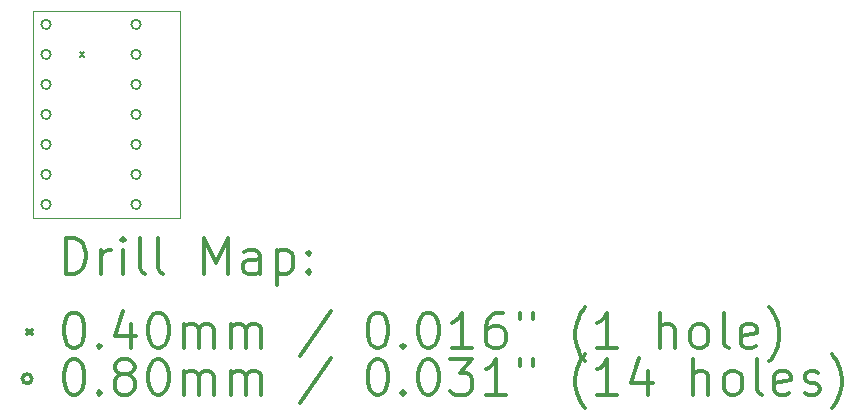
<source format=gbr>
%FSLAX45Y45*%
G04 Gerber Fmt 4.5, Leading zero omitted, Abs format (unit mm)*
G04 Created by KiCad (PCBNEW (5.1.5)-3) date 2020-06-09 01:26:30*
%MOMM*%
%LPD*%
G04 APERTURE LIST*
%TA.AperFunction,Profile*%
%ADD10C,0.120000*%
%TD*%
%ADD11C,0.200000*%
%ADD12C,0.300000*%
G04 APERTURE END LIST*
D10*
X11798300Y-8750300D02*
X11798300Y-6997700D01*
X10553700Y-8750300D02*
X11798300Y-8750300D01*
X10553700Y-6997700D02*
X10553700Y-8750300D01*
X11798300Y-6997700D02*
X10553700Y-6997700D01*
D11*
X10952800Y-7346000D02*
X10992800Y-7386000D01*
X10992800Y-7346000D02*
X10952800Y-7386000D01*
X10708000Y-7112000D02*
G75*
G03X10708000Y-7112000I-40000J0D01*
G01*
X10708000Y-7366000D02*
G75*
G03X10708000Y-7366000I-40000J0D01*
G01*
X10708000Y-7620000D02*
G75*
G03X10708000Y-7620000I-40000J0D01*
G01*
X10708000Y-7874000D02*
G75*
G03X10708000Y-7874000I-40000J0D01*
G01*
X10708000Y-8128000D02*
G75*
G03X10708000Y-8128000I-40000J0D01*
G01*
X10708000Y-8382000D02*
G75*
G03X10708000Y-8382000I-40000J0D01*
G01*
X10708000Y-8636000D02*
G75*
G03X10708000Y-8636000I-40000J0D01*
G01*
X11470000Y-7112000D02*
G75*
G03X11470000Y-7112000I-40000J0D01*
G01*
X11470000Y-7366000D02*
G75*
G03X11470000Y-7366000I-40000J0D01*
G01*
X11470000Y-7620000D02*
G75*
G03X11470000Y-7620000I-40000J0D01*
G01*
X11470000Y-7874000D02*
G75*
G03X11470000Y-7874000I-40000J0D01*
G01*
X11470000Y-8128000D02*
G75*
G03X11470000Y-8128000I-40000J0D01*
G01*
X11470000Y-8382000D02*
G75*
G03X11470000Y-8382000I-40000J0D01*
G01*
X11470000Y-8636000D02*
G75*
G03X11470000Y-8636000I-40000J0D01*
G01*
D12*
X10834128Y-9222014D02*
X10834128Y-8922014D01*
X10905557Y-8922014D01*
X10948414Y-8936300D01*
X10976986Y-8964872D01*
X10991271Y-8993443D01*
X11005557Y-9050586D01*
X11005557Y-9093443D01*
X10991271Y-9150586D01*
X10976986Y-9179157D01*
X10948414Y-9207729D01*
X10905557Y-9222014D01*
X10834128Y-9222014D01*
X11134128Y-9222014D02*
X11134128Y-9022014D01*
X11134128Y-9079157D02*
X11148414Y-9050586D01*
X11162700Y-9036300D01*
X11191271Y-9022014D01*
X11219843Y-9022014D01*
X11319843Y-9222014D02*
X11319843Y-9022014D01*
X11319843Y-8922014D02*
X11305557Y-8936300D01*
X11319843Y-8950586D01*
X11334128Y-8936300D01*
X11319843Y-8922014D01*
X11319843Y-8950586D01*
X11505557Y-9222014D02*
X11476986Y-9207729D01*
X11462700Y-9179157D01*
X11462700Y-8922014D01*
X11662700Y-9222014D02*
X11634128Y-9207729D01*
X11619843Y-9179157D01*
X11619843Y-8922014D01*
X12005557Y-9222014D02*
X12005557Y-8922014D01*
X12105557Y-9136300D01*
X12205557Y-8922014D01*
X12205557Y-9222014D01*
X12476986Y-9222014D02*
X12476986Y-9064872D01*
X12462700Y-9036300D01*
X12434128Y-9022014D01*
X12376986Y-9022014D01*
X12348414Y-9036300D01*
X12476986Y-9207729D02*
X12448414Y-9222014D01*
X12376986Y-9222014D01*
X12348414Y-9207729D01*
X12334128Y-9179157D01*
X12334128Y-9150586D01*
X12348414Y-9122014D01*
X12376986Y-9107729D01*
X12448414Y-9107729D01*
X12476986Y-9093443D01*
X12619843Y-9022014D02*
X12619843Y-9322014D01*
X12619843Y-9036300D02*
X12648414Y-9022014D01*
X12705557Y-9022014D01*
X12734128Y-9036300D01*
X12748414Y-9050586D01*
X12762700Y-9079157D01*
X12762700Y-9164872D01*
X12748414Y-9193443D01*
X12734128Y-9207729D01*
X12705557Y-9222014D01*
X12648414Y-9222014D01*
X12619843Y-9207729D01*
X12891271Y-9193443D02*
X12905557Y-9207729D01*
X12891271Y-9222014D01*
X12876986Y-9207729D01*
X12891271Y-9193443D01*
X12891271Y-9222014D01*
X12891271Y-9036300D02*
X12905557Y-9050586D01*
X12891271Y-9064872D01*
X12876986Y-9050586D01*
X12891271Y-9036300D01*
X12891271Y-9064872D01*
X10507700Y-9696300D02*
X10547700Y-9736300D01*
X10547700Y-9696300D02*
X10507700Y-9736300D01*
X10891271Y-9552014D02*
X10919843Y-9552014D01*
X10948414Y-9566300D01*
X10962700Y-9580586D01*
X10976986Y-9609157D01*
X10991271Y-9666300D01*
X10991271Y-9737729D01*
X10976986Y-9794872D01*
X10962700Y-9823443D01*
X10948414Y-9837729D01*
X10919843Y-9852014D01*
X10891271Y-9852014D01*
X10862700Y-9837729D01*
X10848414Y-9823443D01*
X10834128Y-9794872D01*
X10819843Y-9737729D01*
X10819843Y-9666300D01*
X10834128Y-9609157D01*
X10848414Y-9580586D01*
X10862700Y-9566300D01*
X10891271Y-9552014D01*
X11119843Y-9823443D02*
X11134128Y-9837729D01*
X11119843Y-9852014D01*
X11105557Y-9837729D01*
X11119843Y-9823443D01*
X11119843Y-9852014D01*
X11391271Y-9652014D02*
X11391271Y-9852014D01*
X11319843Y-9537729D02*
X11248414Y-9752014D01*
X11434128Y-9752014D01*
X11605557Y-9552014D02*
X11634128Y-9552014D01*
X11662700Y-9566300D01*
X11676986Y-9580586D01*
X11691271Y-9609157D01*
X11705557Y-9666300D01*
X11705557Y-9737729D01*
X11691271Y-9794872D01*
X11676986Y-9823443D01*
X11662700Y-9837729D01*
X11634128Y-9852014D01*
X11605557Y-9852014D01*
X11576986Y-9837729D01*
X11562700Y-9823443D01*
X11548414Y-9794872D01*
X11534128Y-9737729D01*
X11534128Y-9666300D01*
X11548414Y-9609157D01*
X11562700Y-9580586D01*
X11576986Y-9566300D01*
X11605557Y-9552014D01*
X11834128Y-9852014D02*
X11834128Y-9652014D01*
X11834128Y-9680586D02*
X11848414Y-9666300D01*
X11876986Y-9652014D01*
X11919843Y-9652014D01*
X11948414Y-9666300D01*
X11962700Y-9694872D01*
X11962700Y-9852014D01*
X11962700Y-9694872D02*
X11976986Y-9666300D01*
X12005557Y-9652014D01*
X12048414Y-9652014D01*
X12076986Y-9666300D01*
X12091271Y-9694872D01*
X12091271Y-9852014D01*
X12234128Y-9852014D02*
X12234128Y-9652014D01*
X12234128Y-9680586D02*
X12248414Y-9666300D01*
X12276986Y-9652014D01*
X12319843Y-9652014D01*
X12348414Y-9666300D01*
X12362700Y-9694872D01*
X12362700Y-9852014D01*
X12362700Y-9694872D02*
X12376986Y-9666300D01*
X12405557Y-9652014D01*
X12448414Y-9652014D01*
X12476986Y-9666300D01*
X12491271Y-9694872D01*
X12491271Y-9852014D01*
X13076986Y-9537729D02*
X12819843Y-9923443D01*
X13462700Y-9552014D02*
X13491271Y-9552014D01*
X13519843Y-9566300D01*
X13534128Y-9580586D01*
X13548414Y-9609157D01*
X13562700Y-9666300D01*
X13562700Y-9737729D01*
X13548414Y-9794872D01*
X13534128Y-9823443D01*
X13519843Y-9837729D01*
X13491271Y-9852014D01*
X13462700Y-9852014D01*
X13434128Y-9837729D01*
X13419843Y-9823443D01*
X13405557Y-9794872D01*
X13391271Y-9737729D01*
X13391271Y-9666300D01*
X13405557Y-9609157D01*
X13419843Y-9580586D01*
X13434128Y-9566300D01*
X13462700Y-9552014D01*
X13691271Y-9823443D02*
X13705557Y-9837729D01*
X13691271Y-9852014D01*
X13676986Y-9837729D01*
X13691271Y-9823443D01*
X13691271Y-9852014D01*
X13891271Y-9552014D02*
X13919843Y-9552014D01*
X13948414Y-9566300D01*
X13962700Y-9580586D01*
X13976986Y-9609157D01*
X13991271Y-9666300D01*
X13991271Y-9737729D01*
X13976986Y-9794872D01*
X13962700Y-9823443D01*
X13948414Y-9837729D01*
X13919843Y-9852014D01*
X13891271Y-9852014D01*
X13862700Y-9837729D01*
X13848414Y-9823443D01*
X13834128Y-9794872D01*
X13819843Y-9737729D01*
X13819843Y-9666300D01*
X13834128Y-9609157D01*
X13848414Y-9580586D01*
X13862700Y-9566300D01*
X13891271Y-9552014D01*
X14276986Y-9852014D02*
X14105557Y-9852014D01*
X14191271Y-9852014D02*
X14191271Y-9552014D01*
X14162700Y-9594872D01*
X14134128Y-9623443D01*
X14105557Y-9637729D01*
X14534128Y-9552014D02*
X14476986Y-9552014D01*
X14448414Y-9566300D01*
X14434128Y-9580586D01*
X14405557Y-9623443D01*
X14391271Y-9680586D01*
X14391271Y-9794872D01*
X14405557Y-9823443D01*
X14419843Y-9837729D01*
X14448414Y-9852014D01*
X14505557Y-9852014D01*
X14534128Y-9837729D01*
X14548414Y-9823443D01*
X14562700Y-9794872D01*
X14562700Y-9723443D01*
X14548414Y-9694872D01*
X14534128Y-9680586D01*
X14505557Y-9666300D01*
X14448414Y-9666300D01*
X14419843Y-9680586D01*
X14405557Y-9694872D01*
X14391271Y-9723443D01*
X14676986Y-9552014D02*
X14676986Y-9609157D01*
X14791271Y-9552014D02*
X14791271Y-9609157D01*
X15234128Y-9966300D02*
X15219843Y-9952014D01*
X15191271Y-9909157D01*
X15176986Y-9880586D01*
X15162700Y-9837729D01*
X15148414Y-9766300D01*
X15148414Y-9709157D01*
X15162700Y-9637729D01*
X15176986Y-9594872D01*
X15191271Y-9566300D01*
X15219843Y-9523443D01*
X15234128Y-9509157D01*
X15505557Y-9852014D02*
X15334128Y-9852014D01*
X15419843Y-9852014D02*
X15419843Y-9552014D01*
X15391271Y-9594872D01*
X15362700Y-9623443D01*
X15334128Y-9637729D01*
X15862700Y-9852014D02*
X15862700Y-9552014D01*
X15991271Y-9852014D02*
X15991271Y-9694872D01*
X15976986Y-9666300D01*
X15948414Y-9652014D01*
X15905557Y-9652014D01*
X15876986Y-9666300D01*
X15862700Y-9680586D01*
X16176986Y-9852014D02*
X16148414Y-9837729D01*
X16134128Y-9823443D01*
X16119843Y-9794872D01*
X16119843Y-9709157D01*
X16134128Y-9680586D01*
X16148414Y-9666300D01*
X16176986Y-9652014D01*
X16219843Y-9652014D01*
X16248414Y-9666300D01*
X16262700Y-9680586D01*
X16276986Y-9709157D01*
X16276986Y-9794872D01*
X16262700Y-9823443D01*
X16248414Y-9837729D01*
X16219843Y-9852014D01*
X16176986Y-9852014D01*
X16448414Y-9852014D02*
X16419843Y-9837729D01*
X16405557Y-9809157D01*
X16405557Y-9552014D01*
X16676986Y-9837729D02*
X16648414Y-9852014D01*
X16591271Y-9852014D01*
X16562700Y-9837729D01*
X16548414Y-9809157D01*
X16548414Y-9694872D01*
X16562700Y-9666300D01*
X16591271Y-9652014D01*
X16648414Y-9652014D01*
X16676986Y-9666300D01*
X16691271Y-9694872D01*
X16691271Y-9723443D01*
X16548414Y-9752014D01*
X16791271Y-9966300D02*
X16805557Y-9952014D01*
X16834128Y-9909157D01*
X16848414Y-9880586D01*
X16862700Y-9837729D01*
X16876986Y-9766300D01*
X16876986Y-9709157D01*
X16862700Y-9637729D01*
X16848414Y-9594872D01*
X16834128Y-9566300D01*
X16805557Y-9523443D01*
X16791271Y-9509157D01*
X10547700Y-10112300D02*
G75*
G03X10547700Y-10112300I-40000J0D01*
G01*
X10891271Y-9948014D02*
X10919843Y-9948014D01*
X10948414Y-9962300D01*
X10962700Y-9976586D01*
X10976986Y-10005157D01*
X10991271Y-10062300D01*
X10991271Y-10133729D01*
X10976986Y-10190872D01*
X10962700Y-10219443D01*
X10948414Y-10233729D01*
X10919843Y-10248014D01*
X10891271Y-10248014D01*
X10862700Y-10233729D01*
X10848414Y-10219443D01*
X10834128Y-10190872D01*
X10819843Y-10133729D01*
X10819843Y-10062300D01*
X10834128Y-10005157D01*
X10848414Y-9976586D01*
X10862700Y-9962300D01*
X10891271Y-9948014D01*
X11119843Y-10219443D02*
X11134128Y-10233729D01*
X11119843Y-10248014D01*
X11105557Y-10233729D01*
X11119843Y-10219443D01*
X11119843Y-10248014D01*
X11305557Y-10076586D02*
X11276986Y-10062300D01*
X11262700Y-10048014D01*
X11248414Y-10019443D01*
X11248414Y-10005157D01*
X11262700Y-9976586D01*
X11276986Y-9962300D01*
X11305557Y-9948014D01*
X11362700Y-9948014D01*
X11391271Y-9962300D01*
X11405557Y-9976586D01*
X11419843Y-10005157D01*
X11419843Y-10019443D01*
X11405557Y-10048014D01*
X11391271Y-10062300D01*
X11362700Y-10076586D01*
X11305557Y-10076586D01*
X11276986Y-10090872D01*
X11262700Y-10105157D01*
X11248414Y-10133729D01*
X11248414Y-10190872D01*
X11262700Y-10219443D01*
X11276986Y-10233729D01*
X11305557Y-10248014D01*
X11362700Y-10248014D01*
X11391271Y-10233729D01*
X11405557Y-10219443D01*
X11419843Y-10190872D01*
X11419843Y-10133729D01*
X11405557Y-10105157D01*
X11391271Y-10090872D01*
X11362700Y-10076586D01*
X11605557Y-9948014D02*
X11634128Y-9948014D01*
X11662700Y-9962300D01*
X11676986Y-9976586D01*
X11691271Y-10005157D01*
X11705557Y-10062300D01*
X11705557Y-10133729D01*
X11691271Y-10190872D01*
X11676986Y-10219443D01*
X11662700Y-10233729D01*
X11634128Y-10248014D01*
X11605557Y-10248014D01*
X11576986Y-10233729D01*
X11562700Y-10219443D01*
X11548414Y-10190872D01*
X11534128Y-10133729D01*
X11534128Y-10062300D01*
X11548414Y-10005157D01*
X11562700Y-9976586D01*
X11576986Y-9962300D01*
X11605557Y-9948014D01*
X11834128Y-10248014D02*
X11834128Y-10048014D01*
X11834128Y-10076586D02*
X11848414Y-10062300D01*
X11876986Y-10048014D01*
X11919843Y-10048014D01*
X11948414Y-10062300D01*
X11962700Y-10090872D01*
X11962700Y-10248014D01*
X11962700Y-10090872D02*
X11976986Y-10062300D01*
X12005557Y-10048014D01*
X12048414Y-10048014D01*
X12076986Y-10062300D01*
X12091271Y-10090872D01*
X12091271Y-10248014D01*
X12234128Y-10248014D02*
X12234128Y-10048014D01*
X12234128Y-10076586D02*
X12248414Y-10062300D01*
X12276986Y-10048014D01*
X12319843Y-10048014D01*
X12348414Y-10062300D01*
X12362700Y-10090872D01*
X12362700Y-10248014D01*
X12362700Y-10090872D02*
X12376986Y-10062300D01*
X12405557Y-10048014D01*
X12448414Y-10048014D01*
X12476986Y-10062300D01*
X12491271Y-10090872D01*
X12491271Y-10248014D01*
X13076986Y-9933729D02*
X12819843Y-10319443D01*
X13462700Y-9948014D02*
X13491271Y-9948014D01*
X13519843Y-9962300D01*
X13534128Y-9976586D01*
X13548414Y-10005157D01*
X13562700Y-10062300D01*
X13562700Y-10133729D01*
X13548414Y-10190872D01*
X13534128Y-10219443D01*
X13519843Y-10233729D01*
X13491271Y-10248014D01*
X13462700Y-10248014D01*
X13434128Y-10233729D01*
X13419843Y-10219443D01*
X13405557Y-10190872D01*
X13391271Y-10133729D01*
X13391271Y-10062300D01*
X13405557Y-10005157D01*
X13419843Y-9976586D01*
X13434128Y-9962300D01*
X13462700Y-9948014D01*
X13691271Y-10219443D02*
X13705557Y-10233729D01*
X13691271Y-10248014D01*
X13676986Y-10233729D01*
X13691271Y-10219443D01*
X13691271Y-10248014D01*
X13891271Y-9948014D02*
X13919843Y-9948014D01*
X13948414Y-9962300D01*
X13962700Y-9976586D01*
X13976986Y-10005157D01*
X13991271Y-10062300D01*
X13991271Y-10133729D01*
X13976986Y-10190872D01*
X13962700Y-10219443D01*
X13948414Y-10233729D01*
X13919843Y-10248014D01*
X13891271Y-10248014D01*
X13862700Y-10233729D01*
X13848414Y-10219443D01*
X13834128Y-10190872D01*
X13819843Y-10133729D01*
X13819843Y-10062300D01*
X13834128Y-10005157D01*
X13848414Y-9976586D01*
X13862700Y-9962300D01*
X13891271Y-9948014D01*
X14091271Y-9948014D02*
X14276986Y-9948014D01*
X14176986Y-10062300D01*
X14219843Y-10062300D01*
X14248414Y-10076586D01*
X14262700Y-10090872D01*
X14276986Y-10119443D01*
X14276986Y-10190872D01*
X14262700Y-10219443D01*
X14248414Y-10233729D01*
X14219843Y-10248014D01*
X14134128Y-10248014D01*
X14105557Y-10233729D01*
X14091271Y-10219443D01*
X14562700Y-10248014D02*
X14391271Y-10248014D01*
X14476986Y-10248014D02*
X14476986Y-9948014D01*
X14448414Y-9990872D01*
X14419843Y-10019443D01*
X14391271Y-10033729D01*
X14676986Y-9948014D02*
X14676986Y-10005157D01*
X14791271Y-9948014D02*
X14791271Y-10005157D01*
X15234128Y-10362300D02*
X15219843Y-10348014D01*
X15191271Y-10305157D01*
X15176986Y-10276586D01*
X15162700Y-10233729D01*
X15148414Y-10162300D01*
X15148414Y-10105157D01*
X15162700Y-10033729D01*
X15176986Y-9990872D01*
X15191271Y-9962300D01*
X15219843Y-9919443D01*
X15234128Y-9905157D01*
X15505557Y-10248014D02*
X15334128Y-10248014D01*
X15419843Y-10248014D02*
X15419843Y-9948014D01*
X15391271Y-9990872D01*
X15362700Y-10019443D01*
X15334128Y-10033729D01*
X15762700Y-10048014D02*
X15762700Y-10248014D01*
X15691271Y-9933729D02*
X15619843Y-10148014D01*
X15805557Y-10148014D01*
X16148414Y-10248014D02*
X16148414Y-9948014D01*
X16276986Y-10248014D02*
X16276986Y-10090872D01*
X16262700Y-10062300D01*
X16234128Y-10048014D01*
X16191271Y-10048014D01*
X16162700Y-10062300D01*
X16148414Y-10076586D01*
X16462700Y-10248014D02*
X16434128Y-10233729D01*
X16419843Y-10219443D01*
X16405557Y-10190872D01*
X16405557Y-10105157D01*
X16419843Y-10076586D01*
X16434128Y-10062300D01*
X16462700Y-10048014D01*
X16505557Y-10048014D01*
X16534128Y-10062300D01*
X16548414Y-10076586D01*
X16562700Y-10105157D01*
X16562700Y-10190872D01*
X16548414Y-10219443D01*
X16534128Y-10233729D01*
X16505557Y-10248014D01*
X16462700Y-10248014D01*
X16734128Y-10248014D02*
X16705557Y-10233729D01*
X16691271Y-10205157D01*
X16691271Y-9948014D01*
X16962700Y-10233729D02*
X16934128Y-10248014D01*
X16876986Y-10248014D01*
X16848414Y-10233729D01*
X16834128Y-10205157D01*
X16834128Y-10090872D01*
X16848414Y-10062300D01*
X16876986Y-10048014D01*
X16934128Y-10048014D01*
X16962700Y-10062300D01*
X16976986Y-10090872D01*
X16976986Y-10119443D01*
X16834128Y-10148014D01*
X17091271Y-10233729D02*
X17119843Y-10248014D01*
X17176986Y-10248014D01*
X17205557Y-10233729D01*
X17219843Y-10205157D01*
X17219843Y-10190872D01*
X17205557Y-10162300D01*
X17176986Y-10148014D01*
X17134128Y-10148014D01*
X17105557Y-10133729D01*
X17091271Y-10105157D01*
X17091271Y-10090872D01*
X17105557Y-10062300D01*
X17134128Y-10048014D01*
X17176986Y-10048014D01*
X17205557Y-10062300D01*
X17319843Y-10362300D02*
X17334128Y-10348014D01*
X17362700Y-10305157D01*
X17376986Y-10276586D01*
X17391271Y-10233729D01*
X17405557Y-10162300D01*
X17405557Y-10105157D01*
X17391271Y-10033729D01*
X17376986Y-9990872D01*
X17362700Y-9962300D01*
X17334128Y-9919443D01*
X17319843Y-9905157D01*
M02*

</source>
